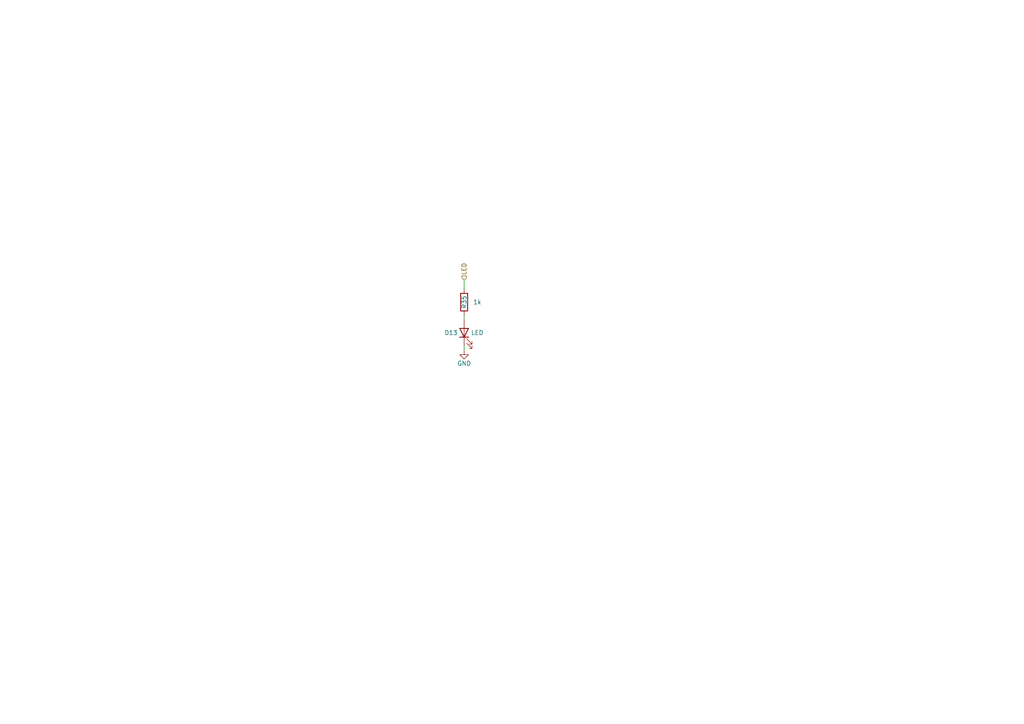
<source format=kicad_sch>
(kicad_sch (version 20211123) (generator eeschema)
  (paper "A4")
  (title_block (title "YardForce SA/SC 10Buttons 12LEDs CoverUI") (date "2023-10-20") (rev "0.1") (comment 1 "(c) Apehaenger") (comment 2 "For https://openmower.de") (comment 3 "RM-ECOW-V1.0.0 2018.06.05 with STM32F030R8T6"))
  (lib_symbols
    (symbol "Device:LED" (pin_numbers hide) (pin_names (offset 1.016) hide)
      (property "Reference" "D" (at 0 2.54 0))
      (property "Value" "LED" (at 0 -2.54 0))
      (symbol "LED_0_1"
        (polyline (pts (xy -1.27 -1.27) (xy -1.27 1.27)) (stroke (width 0.254)))
        (polyline (pts (xy -1.27 0) (xy 1.27 0)))
        (polyline (pts (xy 1.27 -1.27) (xy 1.27 1.27) (xy -1.27 0) (xy 1.27 -1.27)) (stroke (width 0.254)))
        (polyline (pts (xy -3.048 -0.762) (xy -4.572 -2.286) (xy -3.81 -2.286) (xy -4.572 -2.286) (xy -4.572 -1.524)))
        (polyline (pts (xy -1.778 -0.762) (xy -3.302 -2.286) (xy -2.54 -2.286) (xy -3.302 -2.286) (xy -3.302 -1.524)))
      )
      (symbol "LED_1_1"
        (pin passive line (at -3.81 0 0) (length 2.54) (name "K") (number "1"))
        (pin passive line (at 3.81 0 180) (length 2.54) (name "A") (number "2"))
      )
    )
    (symbol "Device:R" (pin_numbers hide) (pin_names (offset 0))
      (property "Reference" "R" (at 2.032 0 90))
      (property "Value" "R" (at 0 0 90))
      (symbol "R_0_1"
        (rectangle (start -1.016 -2.54) (end 1.016 2.54) (stroke (width 0.254)))
      )
      (symbol "R_1_1"
        (pin passive line (at 0 3.81 270) (length 1.27) (name "~") (number "1"))
        (pin passive line (at 0 -3.81 90) (length 1.27) (name "~") (number "2"))
      )
    )
    (symbol "power:GND" (power) (pin_names (offset 0))
      (property "Value" "GND" (at 0 -3.81 0))
      (symbol "GND_0_1"
        (polyline (pts (xy 0 0) (xy 0 -1.27) (xy 1.27 -1.27) (xy 0 -2.54) (xy -1.27 -1.27) (xy 0 -1.27)))
      )
      (symbol "GND_1_1"
        (pin power_in line (at 0 0 270) (length 0) hide (name "GND") (number "1"))
      )
    )
  )
  (wire (pts (xy 134.62 100.33) (xy 134.62 101.6)))
  (wire (pts (xy 134.62 91.44) (xy 134.62 92.71)))
  (wire (pts (xy 134.62 81.28) (xy 134.62 83.82)))
  (hierarchical_label "LED" (shape input) (at 134.62 81.28 90))
  (symbol (lib_id "power:GND") (at 134.62 101.6 0) (unit 1)
    (property "Reference" "#PWR?" (effects hide))
    (property "Value" "~" (at 134.62 105.41 0))
  )
  (symbol (lib_id "Device:LED") (at 134.62 96.52 90) (unit 1)
    (property "Reference" "D13" (at 130.81 96.52 90))
    (property "Value" "LED" (at 138.43 96.52 90))
  )
  (symbol (lib_id "Device:R") (at 134.62 87.63 0) (unit 1)
    (property "Reference" "R35" (at 134.62 87.63 90))
    (property "Value" "1k" (at 138.43 87.63 0))
  )
)
</source>
